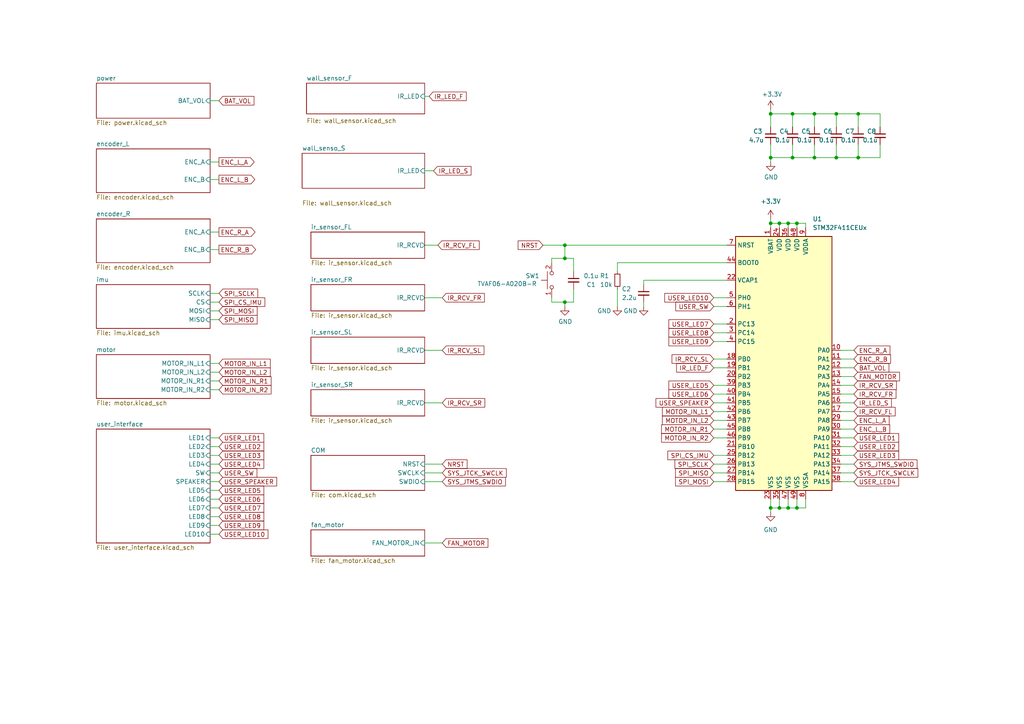
<source format=kicad_sch>
(kicad_sch (version 20231120) (generator "eeschema") (generator_version "8.0")
  (paper "A4")
  (lib_symbols
    (symbol "Device:C_Small" (pin_numbers hide) (pin_names (offset 0.254) hide)
      (property "Reference" "C" (at 0.254 1.778 0))
      (property "Value" "C_Small" (at 0.254 -2.032 0))
      (symbol "C_Small_0_1"
        (polyline (pts (xy -1.524 -0.508) (xy 1.524 -0.508)) (stroke (width 0.3302)))
        (polyline (pts (xy -1.524 0.508) (xy 1.524 0.508)) (stroke (width 0.3048)))
      )
      (symbol "C_Small_1_1"
        (pin passive line (at 0 2.54 270) (length 2.032) (name "~") (number "1"))
        (pin passive line (at 0 -2.54 90) (length 2.032) (name "~") (number "2"))
      )
    )
    (symbol "Device:R_Small" (pin_numbers hide) (pin_names (offset 0.254) hide)
      (property "Reference" "R" (at 0.762 0.508 0))
      (property "Value" "R_Small" (at 0.762 -1.016 0))
      (symbol "R_Small_0_1"
        (rectangle (start -0.762 1.778) (end 0.762 -1.778) (stroke (width 0.2032)))
      )
      (symbol "R_Small_1_1"
        (pin passive line (at 0 2.54 270) (length 0.762) (name "~") (number "1"))
        (pin passive line (at 0 -2.54 90) (length 0.762) (name "~") (number "2"))
      )
    )
    (symbol "MCU_ST_STM32F4:STM32F411CEUx"
      (property "Reference" "U" (at -15.24 36.83 0))
      (property "Value" "STM32F411CEUx" (at 7.62 36.83 0))
      (symbol "STM32F411CEUx_0_1"
        (rectangle (start -15.24 -38.1) (end 12.7 35.56) (stroke (width 0.254)) (fill (type background)))
      )
      (symbol "STM32F411CEUx_1_1"
        (pin power_in line (at -5.08 38.1 270) (length 2.54) (name "VBAT") (number "1"))
        (pin bidirectional line (at 15.24 2.54 180) (length 2.54) (name "PA0") (number "10"))
        (pin bidirectional line (at 15.24 0 180) (length 2.54) (name "PA1") (number "11"))
        (pin bidirectional line (at 15.24 -2.54 180) (length 2.54) (name "PA2") (number "12"))
        (pin bidirectional line (at 15.24 -5.08 180) (length 2.54) (name "PA3") (number "13"))
        (pin bidirectional line (at 15.24 -7.62 180) (length 2.54) (name "PA4") (number "14"))
        (pin bidirectional line (at 15.24 -10.16 180) (length 2.54) (name "PA5") (number "15"))
        (pin bidirectional line (at 15.24 -12.7 180) (length 2.54) (name "PA6") (number "16"))
        (pin bidirectional line (at 15.24 -15.24 180) (length 2.54) (name "PA7") (number "17"))
        (pin bidirectional line (at -17.78 0 0) (length 2.54) (name "PB0") (number "18"))
        (pin bidirectional line (at -17.78 -2.54 0) (length 2.54) (name "PB1") (number "19"))
        (pin bidirectional line (at -17.78 10.16 0) (length 2.54) (name "PC13") (number "2"))
        (pin bidirectional line (at -17.78 -5.08 0) (length 2.54) (name "PB2") (number "20"))
        (pin bidirectional line (at -17.78 -25.4 0) (length 2.54) (name "PB10") (number "21"))
        (pin power_in line (at -17.78 22.86 0) (length 2.54) (name "VCAP1") (number "22"))
        (pin power_in line (at -5.08 -40.64 90) (length 2.54) (name "VSS") (number "23"))
        (pin power_in line (at -2.54 38.1 270) (length 2.54) (name "VDD") (number "24"))
        (pin bidirectional line (at -17.78 -27.94 0) (length 2.54) (name "PB12") (number "25"))
        (pin bidirectional line (at -17.78 -30.48 0) (length 2.54) (name "PB13") (number "26"))
        (pin bidirectional line (at -17.78 -33.02 0) (length 2.54) (name "PB14") (number "27"))
        (pin bidirectional line (at -17.78 -35.56 0) (length 2.54) (name "PB15") (number "28"))
        (pin bidirectional line (at 15.24 -17.78 180) (length 2.54) (name "PA8") (number "29"))
        (pin bidirectional line (at -17.78 7.62 0) (length 2.54) (name "PC14") (number "3"))
        (pin bidirectional line (at 15.24 -20.32 180) (length 2.54) (name "PA9") (number "30"))
        (pin bidirectional line (at 15.24 -22.86 180) (length 2.54) (name "PA10") (number "31"))
        (pin bidirectional line (at 15.24 -25.4 180) (length 2.54) (name "PA11") (number "32"))
        (pin bidirectional line (at 15.24 -27.94 180) (length 2.54) (name "PA12") (number "33"))
        (pin bidirectional line (at 15.24 -30.48 180) (length 2.54) (name "PA13") (number "34"))
        (pin power_in line (at -2.54 -40.64 90) (length 2.54) (name "VSS") (number "35"))
        (pin power_in line (at 0 38.1 270) (length 2.54) (name "VDD") (number "36"))
        (pin bidirectional line (at 15.24 -33.02 180) (length 2.54) (name "PA14") (number "37"))
        (pin bidirectional line (at 15.24 -35.56 180) (length 2.54) (name "PA15") (number "38"))
        (pin bidirectional line (at -17.78 -7.62 0) (length 2.54) (name "PB3") (number "39"))
        (pin bidirectional line (at -17.78 5.08 0) (length 2.54) (name "PC15") (number "4"))
        (pin bidirectional line (at -17.78 -10.16 0) (length 2.54) (name "PB4") (number "40"))
        (pin bidirectional line (at -17.78 -12.7 0) (length 2.54) (name "PB5") (number "41"))
        (pin bidirectional line (at -17.78 -15.24 0) (length 2.54) (name "PB6") (number "42"))
        (pin bidirectional line (at -17.78 -17.78 0) (length 2.54) (name "PB7") (number "43"))
        (pin input line (at -17.78 27.94 0) (length 2.54) (name "BOOT0") (number "44"))
        (pin bidirectional line (at -17.78 -20.32 0) (length 2.54) (name "PB8") (number "45"))
        (pin bidirectional line (at -17.78 -22.86 0) (length 2.54) (name "PB9") (number "46"))
        (pin power_in line (at 0 -40.64 90) (length 2.54) (name "VSS") (number "47"))
        (pin power_in line (at 2.54 38.1 270) (length 2.54) (name "VDD") (number "48"))
        (pin power_in line (at 2.54 -40.64 90) (length 2.54) (name "VSS") (number "49"))
        (pin input line (at -17.78 17.78 0) (length 2.54) (name "PH0") (number "5"))
        (pin input line (at -17.78 15.24 0) (length 2.54) (name "PH1") (number "6"))
        (pin input line (at -17.78 33.02 0) (length 2.54) (name "NRST") (number "7"))
        (pin power_in line (at 5.08 -40.64 90) (length 2.54) (name "VSSA") (number "8"))
        (pin power_in line (at 5.08 38.1 270) (length 2.54) (name "VDDA") (number "9"))
      )
    )
    (symbol "My_Device:SKRPACE" (pin_names (offset 1.016))
      (property "Reference" "SW" (at 0 6.35 0))
      (property "Value" "My_Device_SKRPACE" (at 0 8.89 0))
      (symbol "SKRPACE_1_1"
        (circle (center -2.032 0) (radius 0.508))
        (polyline (pts (xy 0 1.27) (xy 0 3.048)))
        (polyline (pts (xy 2.54 1.27) (xy -2.54 1.27)))
        (circle (center 2.032 0) (radius 0.508))
        (pin passive line (at -5.08 0 0) (length 2.54) (name "~") (number "1"))
        (pin passive line (at 5.08 0 180) (length 2.54) (name "~") (number "2"))
      )
    )
    (symbol "power:+3.3V" (power) (pin_names (offset 0))
      (property "Value" "+3.3V" (at 0 3.556 0))
      (symbol "+3.3V_0_1"
        (polyline (pts (xy -0.762 1.27) (xy 0 2.54)))
        (polyline (pts (xy 0 0) (xy 0 2.54)))
        (polyline (pts (xy 0 2.54) (xy 0.762 1.27)))
      )
      (symbol "+3.3V_1_1"
        (pin power_in line (at 0 0 90) (length 0) hide (name "+3.3V") (number "1"))
      )
    )
    (symbol "power:GND" (power) (pin_names (offset 0))
      (property "Value" "GND" (at 0 -3.81 0))
      (symbol "GND_0_1"
        (polyline (pts (xy 0 0) (xy 0 -1.27) (xy 1.27 -1.27) (xy 0 -2.54) (xy -1.27 -1.27) (xy 0 -1.27)))
      )
      (symbol "GND_1_1"
        (pin power_in line (at 0 0 270) (length 0) hide (name "GND") (number "1"))
      )
    )
  )
  (junction (at 223.52 147.32))
  (junction (at 231.14 147.32))
  (junction (at 229.87 45.72))
  (junction (at 229.87 33.02))
  (junction (at 226.06 64.77))
  (junction (at 236.22 45.72))
  (junction (at 236.22 33.02))
  (junction (at 223.52 45.72))
  (junction (at 228.6 64.77))
  (junction (at 248.92 45.72))
  (junction (at 163.83 71.12))
  (junction (at 248.92 33.02))
  (junction (at 231.14 64.77))
  (junction (at 163.83 87.63))
  (junction (at 242.57 33.02))
  (junction (at 163.83 74.93))
  (junction (at 223.52 64.77))
  (junction (at 226.06 147.32))
  (junction (at 228.6 147.32))
  (junction (at 242.57 45.72))
  (junction (at 223.52 33.02))
  (wire (pts (xy 223.52 33.02) (xy 229.87 33.02)))
  (wire (pts (xy 247.65 101.6) (xy 243.84 101.6)))
  (wire (pts (xy 223.52 41.91) (xy 223.52 45.72)))
  (wire (pts (xy 231.14 144.78) (xy 231.14 147.32)))
  (wire (pts (xy 163.83 87.63) (xy 166.37 87.63)))
  (wire (pts (xy 255.27 36.83) (xy 255.27 33.02)))
  (wire (pts (xy 242.57 45.72) (xy 248.92 45.72)))
  (wire (pts (xy 223.52 147.32) (xy 226.06 147.32)))
  (wire (pts (xy 243.84 134.62) (xy 247.65 134.62)))
  (wire (pts (xy 123.19 86.36) (xy 128.27 86.36)))
  (wire (pts (xy 248.92 45.72) (xy 255.27 45.72)))
  (wire (pts (xy 128.27 157.48) (xy 123.19 157.48)))
  (wire (pts (xy 228.6 147.32) (xy 231.14 147.32)))
  (wire (pts (xy 207.01 88.9) (xy 210.82 88.9)))
  (wire (pts (xy 207.01 124.46) (xy 210.82 124.46)))
  (wire (pts (xy 60.96 147.32) (xy 63.5 147.32)))
  (wire (pts (xy 231.14 64.77) (xy 233.68 64.77)))
  (wire (pts (xy 163.83 71.12) (xy 210.82 71.12)))
  (wire (pts (xy 231.14 147.32) (xy 233.68 147.32)))
  (wire (pts (xy 207.01 93.98) (xy 210.82 93.98)))
  (wire (pts (xy 123.19 116.84) (xy 128.27 116.84)))
  (wire (pts (xy 223.52 144.78) (xy 223.52 147.32)))
  (wire (pts (xy 163.83 87.63) (xy 163.83 88.9)))
  (wire (pts (xy 228.6 144.78) (xy 228.6 147.32)))
  (wire (pts (xy 233.68 64.77) (xy 233.68 66.04)))
  (wire (pts (xy 223.52 64.77) (xy 226.06 64.77)))
  (wire (pts (xy 207.01 137.16) (xy 210.82 137.16)))
  (wire (pts (xy 60.96 72.39) (xy 63.5 72.39)))
  (wire (pts (xy 247.65 119.38) (xy 243.84 119.38)))
  (wire (pts (xy 60.96 87.63) (xy 63.5 87.63)))
  (wire (pts (xy 236.22 41.91) (xy 236.22 45.72)))
  (wire (pts (xy 163.83 74.93) (xy 160.02 74.93)))
  (wire (pts (xy 186.69 82.55) (xy 186.69 81.28)))
  (wire (pts (xy 223.52 33.02) (xy 223.52 31.75)))
  (wire (pts (xy 207.01 139.7) (xy 210.82 139.7)))
  (wire (pts (xy 207.01 121.92) (xy 210.82 121.92)))
  (wire (pts (xy 233.68 144.78) (xy 233.68 147.32)))
  (wire (pts (xy 60.96 105.41) (xy 63.5 105.41)))
  (wire (pts (xy 186.69 87.63) (xy 186.69 88.9)))
  (wire (pts (xy 207.01 127) (xy 210.82 127)))
  (wire (pts (xy 60.96 129.54) (xy 63.5 129.54)))
  (wire (pts (xy 207.01 116.84) (xy 210.82 116.84)))
  (wire (pts (xy 247.65 116.84) (xy 243.84 116.84)))
  (wire (pts (xy 223.52 63.5) (xy 223.52 64.77)))
  (wire (pts (xy 60.96 144.78) (xy 63.5 144.78)))
  (wire (pts (xy 166.37 74.93) (xy 163.83 74.93)))
  (wire (pts (xy 207.01 111.76) (xy 210.82 111.76)))
  (wire (pts (xy 228.6 64.77) (xy 228.6 66.04)))
  (wire (pts (xy 60.96 134.62) (xy 63.5 134.62)))
  (wire (pts (xy 229.87 33.02) (xy 236.22 33.02)))
  (wire (pts (xy 63.5 152.4) (xy 60.96 152.4)))
  (wire (pts (xy 60.96 90.17) (xy 63.5 90.17)))
  (wire (pts (xy 123.19 139.7) (xy 128.27 139.7)))
  (wire (pts (xy 247.65 104.14) (xy 243.84 104.14)))
  (wire (pts (xy 247.65 111.76) (xy 243.84 111.76)))
  (wire (pts (xy 207.01 132.08) (xy 210.82 132.08)))
  (wire (pts (xy 186.69 81.28) (xy 210.82 81.28)))
  (wire (pts (xy 242.57 33.02) (xy 242.57 36.83)))
  (wire (pts (xy 63.5 46.99) (xy 60.96 46.99)))
  (wire (pts (xy 255.27 33.02) (xy 248.92 33.02)))
  (wire (pts (xy 223.52 147.32) (xy 223.52 148.59)))
  (wire (pts (xy 60.96 52.07) (xy 63.5 52.07)))
  (wire (pts (xy 247.65 121.92) (xy 243.84 121.92)))
  (wire (pts (xy 229.87 45.72) (xy 236.22 45.72)))
  (wire (pts (xy 247.65 109.22) (xy 243.84 109.22)))
  (wire (pts (xy 228.6 64.77) (xy 226.06 64.77)))
  (wire (pts (xy 207.01 119.38) (xy 210.82 119.38)))
  (wire (pts (xy 236.22 33.02) (xy 236.22 36.83)))
  (wire (pts (xy 223.52 33.02) (xy 223.52 36.83)))
  (wire (pts (xy 228.6 64.77) (xy 231.14 64.77)))
  (wire (pts (xy 247.65 114.3) (xy 243.84 114.3)))
  (wire (pts (xy 60.96 132.08) (xy 63.5 132.08)))
  (wire (pts (xy 157.48 71.12) (xy 163.83 71.12)))
  (wire (pts (xy 210.82 76.2) (xy 179.07 76.2)))
  (wire (pts (xy 207.01 106.68) (xy 210.82 106.68)))
  (wire (pts (xy 124.46 27.94) (xy 123.19 27.94)))
  (wire (pts (xy 60.96 92.71) (xy 63.5 92.71)))
  (wire (pts (xy 207.01 114.3) (xy 210.82 114.3)))
  (wire (pts (xy 60.96 113.03) (xy 63.5 113.03)))
  (wire (pts (xy 207.01 134.62) (xy 210.82 134.62)))
  (wire (pts (xy 223.52 64.77) (xy 223.52 66.04)))
  (wire (pts (xy 60.96 137.16) (xy 63.5 137.16)))
  (wire (pts (xy 179.07 83.82) (xy 179.07 88.9)))
  (wire (pts (xy 207.01 99.06) (xy 210.82 99.06)))
  (wire (pts (xy 166.37 83.82) (xy 166.37 87.63)))
  (wire (pts (xy 229.87 33.02) (xy 229.87 36.83)))
  (wire (pts (xy 123.19 137.16) (xy 128.27 137.16)))
  (wire (pts (xy 236.22 45.72) (xy 242.57 45.72)))
  (wire (pts (xy 226.06 144.78) (xy 226.06 147.32)))
  (wire (pts (xy 236.22 33.02) (xy 242.57 33.02)))
  (wire (pts (xy 123.19 134.62) (xy 128.27 134.62)))
  (wire (pts (xy 63.5 67.31) (xy 60.96 67.31)))
  (wire (pts (xy 231.14 66.04) (xy 231.14 64.77)))
  (wire (pts (xy 60.96 29.21) (xy 63.5 29.21)))
  (wire (pts (xy 247.65 139.7) (xy 243.84 139.7)))
  (wire (pts (xy 243.84 137.16) (xy 247.65 137.16)))
  (wire (pts (xy 60.96 85.09) (xy 63.5 85.09)))
  (wire (pts (xy 247.65 106.68) (xy 243.84 106.68)))
  (wire (pts (xy 207.01 104.14) (xy 210.82 104.14)))
  (wire (pts (xy 248.92 33.02) (xy 248.92 36.83)))
  (wire (pts (xy 226.06 147.32) (xy 228.6 147.32)))
  (wire (pts (xy 60.96 142.24) (xy 63.5 142.24)))
  (wire (pts (xy 63.5 154.94) (xy 60.96 154.94)))
  (wire (pts (xy 60.96 127) (xy 63.5 127)))
  (wire (pts (xy 247.65 127) (xy 243.84 127)))
  (wire (pts (xy 229.87 41.91) (xy 229.87 45.72)))
  (wire (pts (xy 166.37 78.74) (xy 166.37 74.93)))
  (wire (pts (xy 123.19 71.12) (xy 127 71.12)))
  (wire (pts (xy 60.96 110.49) (xy 63.5 110.49)))
  (wire (pts (xy 60.96 149.86) (xy 63.5 149.86)))
  (wire (pts (xy 242.57 41.91) (xy 242.57 45.72)))
  (wire (pts (xy 247.65 129.54) (xy 243.84 129.54)))
  (wire (pts (xy 163.83 71.12) (xy 163.83 74.93)))
  (wire (pts (xy 255.27 41.91) (xy 255.27 45.72)))
  (wire (pts (xy 207.01 86.36) (xy 210.82 86.36)))
  (wire (pts (xy 60.96 107.95) (xy 63.5 107.95)))
  (wire (pts (xy 243.84 132.08) (xy 247.65 132.08)))
  (wire (pts (xy 160.02 87.63) (xy 163.83 87.63)))
  (wire (pts (xy 160.02 86.36) (xy 160.02 87.63)))
  (wire (pts (xy 60.96 139.7) (xy 63.5 139.7)))
  (wire (pts (xy 123.19 101.6) (xy 128.27 101.6)))
  (wire (pts (xy 179.07 76.2) (xy 179.07 78.74)))
  (wire (pts (xy 223.52 45.72) (xy 229.87 45.72)))
  (wire (pts (xy 226.06 64.77) (xy 226.06 66.04)))
  (wire (pts (xy 223.52 45.72) (xy 223.52 46.99)))
  (wire (pts (xy 248.92 41.91) (xy 248.92 45.72)))
  (wire (pts (xy 160.02 74.93) (xy 160.02 76.2)))
  (wire (pts (xy 247.65 124.46) (xy 243.84 124.46)))
  (wire (pts (xy 125.73 49.53) (xy 123.19 49.53)))
  (wire (pts (xy 207.01 96.52) (xy 210.82 96.52)))
  (wire (pts (xy 242.57 33.02) (xy 248.92 33.02)))
  (global_label "IR_RCV_FR" (shape input) (at 128.27 86.36 0) (property "Intersheetrefs" "${INTERSHEET_REFS}" (effects (hide yes))))
  (global_label "MOTOR_IN_L2" (shape input) (at 207.01 121.92 180) (property "Intersheetrefs" "${INTERSHEET_REFS}" (effects (hide yes))))
  (global_label "ENC_R_B" (shape output) (at 63.5 72.39 0) (property "Intersheetrefs" "${INTERSHEET_REFS}" (effects (hide yes))))
  (global_label "BAT_VOL" (shape input) (at 63.5 29.21 0) (property "Intersheetrefs" "${INTERSHEET_REFS}" (effects (hide yes))))
  (global_label "SPI_CS_IMU" (shape input) (at 207.01 132.08 180) (property "Intersheetrefs" "${INTERSHEET_REFS}" (effects (hide yes))))
  (global_label "USER_LED5" (shape input) (at 207.01 111.76 180) (property "Intersheetrefs" "${INTERSHEET_REFS}" (effects (hide yes))))
  (global_label "USER_LED4" (shape input) (at 247.65 139.7 0) (property "Intersheetrefs" "${INTERSHEET_REFS}" (effects (hide yes))))
  (global_label "NRST" (shape input) (at 128.27 134.62 0) (property "Intersheetrefs" "${INTERSHEET_REFS}" (effects (hide yes))))
  (global_label "IR_RCV_FL" (shape input) (at 127 71.12 0) (property "Intersheetrefs" "${INTERSHEET_REFS}" (effects (hide yes))))
  (global_label "FAN_MOTOR" (shape input) (at 128.27 157.48 0) (property "Intersheetrefs" "${INTERSHEET_REFS}" (effects (hide yes))))
  (global_label "ENC_L_A" (shape output) (at 63.5 46.99 0) (property "Intersheetrefs" "${INTERSHEET_REFS}" (effects (hide yes))))
  (global_label "USER_LED7" (shape input) (at 207.01 93.98 180) (property "Intersheetrefs" "${INTERSHEET_REFS}" (effects (hide yes))))
  (global_label "USER_LED2" (shape input) (at 63.5 129.54 0) (property "Intersheetrefs" "${INTERSHEET_REFS}" (effects (hide yes))))
  (global_label "USER_LED9" (shape input) (at 63.5 152.4 0) (property "Intersheetrefs" "${INTERSHEET_REFS}" (effects (hide yes))))
  (global_label "USER_LED10" (shape input) (at 63.5 154.94 0) (property "Intersheetrefs" "${INTERSHEET_REFS}" (effects (hide yes))))
  (global_label "USER_LED6" (shape input) (at 63.5 144.78 0) (property "Intersheetrefs" "${INTERSHEET_REFS}" (effects (hide yes))))
  (global_label "MOTOR_IN_L1" (shape input) (at 63.5 105.41 0) (property "Intersheetrefs" "${INTERSHEET_REFS}" (effects (hide yes))))
  (global_label "SYS_JTCK_SWCLK" (shape input) (at 247.65 137.16 0) (property "Intersheetrefs" "${INTERSHEET_REFS}" (effects (hide yes))))
  (global_label "USER_LED2" (shape input) (at 247.65 129.54 0) (property "Intersheetrefs" "${INTERSHEET_REFS}" (effects (hide yes))))
  (global_label "USER_LED8" (shape input) (at 63.5 149.86 0) (property "Intersheetrefs" "${INTERSHEET_REFS}" (effects (hide yes))))
  (global_label "ENC_R_A" (shape input) (at 247.65 101.6 0) (property "Intersheetrefs" "${INTERSHEET_REFS}" (effects (hide yes))))
  (global_label "IR_RCV_SR" (shape input) (at 247.65 111.76 0) (property "Intersheetrefs" "${INTERSHEET_REFS}" (effects (hide yes))))
  (global_label "USER_SPEAKER" (shape input) (at 207.01 116.84 180) (property "Intersheetrefs" "${INTERSHEET_REFS}" (effects (hide yes))))
  (global_label "MOTOR_IN_R2" (shape input) (at 63.5 113.03 0) (property "Intersheetrefs" "${INTERSHEET_REFS}" (effects (hide yes))))
  (global_label "ENC_R_A" (shape output) (at 63.5 67.31 0) (property "Intersheetrefs" "${INTERSHEET_REFS}" (effects (hide yes))))
  (global_label "MOTOR_IN_R2" (shape input) (at 207.01 127 180) (property "Intersheetrefs" "${INTERSHEET_REFS}" (effects (hide yes))))
  (global_label "SYS_JTMS_SWDIO" (shape input) (at 128.27 139.7 0) (property "Intersheetrefs" "${INTERSHEET_REFS}" (effects (hide yes))))
  (global_label "IR_LED_S" (shape input) (at 247.65 116.84 0) (property "Intersheetrefs" "${INTERSHEET_REFS}" (effects (hide yes))))
  (global_label "IR_LED_F" (shape input) (at 207.01 106.68 180) (property "Intersheetrefs" "${INTERSHEET_REFS}" (effects (hide yes))))
  (global_label "USER_LED1" (shape input) (at 63.5 127 0) (property "Intersheetrefs" "${INTERSHEET_REFS}" (effects (hide yes))))
  (global_label "MOTOR_IN_R1" (shape input) (at 63.5 110.49 0) (property "Intersheetrefs" "${INTERSHEET_REFS}" (effects (hide yes))))
  (global_label "USER_LED8" (shape input) (at 207.01 96.52 180) (property "Intersheetrefs" "${INTERSHEET_REFS}" (effects (hide yes))))
  (global_label "USER_LED4" (shape input) (at 63.5 134.62 0) (property "Intersheetrefs" "${INTERSHEET_REFS}" (effects (hide yes))))
  (global_label "NRST" (shape input) (at 157.48 71.12 180) (property "Intersheetrefs" "${INTERSHEET_REFS}" (effects (hide yes))))
  (global_label "SPI_MISO" (shape input) (at 207.01 137.16 180) (property "Intersheetrefs" "${INTERSHEET_REFS}" (effects (hide yes))))
  (global_label "USER_SPEAKER" (shape input) (at 63.5 139.7 0) (property "Intersheetrefs" "${INTERSHEET_REFS}" (effects (hide yes))))
  (global_label "SYS_JTCK_SWCLK" (shape input) (at 128.27 137.16 0) (property "Intersheetrefs" "${INTERSHEET_REFS}" (effects (hide yes))))
  (global_label "MOTOR_IN_L1" (shape input) (at 207.01 119.38 180) (property "Intersheetrefs" "${INTERSHEET_REFS}" (effects (hide yes))))
  (global_label "SPI_MISO" (shape input) (at 63.5 92.71 0) (property "Intersheetrefs" "${INTERSHEET_REFS}" (effects (hide yes))))
  (global_label "SPI_SCLK" (shape input) (at 207.01 134.62 180) (property "Intersheetrefs" "${INTERSHEET_REFS}" (effects (hide yes))))
  (global_label "USER_LED6" (shape input) (at 207.01 114.3 180) (property "Intersheetrefs" "${INTERSHEET_REFS}" (effects (hide yes))))
  (global_label "ENC_L_A" (shape input) (at 247.65 121.92 0) (property "Intersheetrefs" "${INTERSHEET_REFS}" (effects (hide yes))))
  (global_label "IR_RCV_FR" (shape input) (at 247.65 114.3 0) (property "Intersheetrefs" "${INTERSHEET_REFS}" (effects (hide yes))))
  (global_label "IR_RCV_FL" (shape input) (at 247.65 119.38 0) (property "Intersheetrefs" "${INTERSHEET_REFS}" (effects (hide yes))))
  (global_label "MOTOR_IN_R1" (shape input) (at 207.01 124.46 180) (property "Intersheetrefs" "${INTERSHEET_REFS}" (effects (hide yes))))
  (global_label "ENC_L_B" (shape output) (at 63.5 52.07 0) (property "Intersheetrefs" "${INTERSHEET_REFS}" (effects (hide yes))))
  (global_label "USER_LED9" (shape input) (at 207.01 99.06 180) (property "Intersheetrefs" "${INTERSHEET_REFS}" (effects (hide yes))))
  (global_label "ENC_L_B" (shape input) (at 247.65 124.46 0) (property "Intersheetrefs" "${INTERSHEET_REFS}" (effects (hide yes))))
  (global_label "USER_LED5" (shape input) (at 63.5 142.24 0) (property "Intersheetrefs" "${INTERSHEET_REFS}" (effects (hide yes))))
  (global_label "FAN_MOTOR" (shape input) (at 247.65 109.22 0) (property "Intersheetrefs" "${INTERSHEET_REFS}" (effects (hide yes))))
  (global_label "USER_LED1" (shape input) (at 247.65 127 0) (property "Intersheetrefs" "${INTERSHEET_REFS}" (effects (hide yes))))
  (global_label "SPI_MOSI" (shape input) (at 207.01 139.7 180) (property "Intersheetrefs" "${INTERSHEET_REFS}" (effects (hide yes))))
  (global_label "USER_SW" (shape input) (at 63.5 137.16 0) (property "Intersheetrefs" "${INTERSHEET_REFS}" (effects (hide yes))))
  (global_label "SPI_CS_IMU" (shape input) (at 63.5 87.63 0) (property "Intersheetrefs" "${INTERSHEET_REFS}" (effects (hide yes))))
  (global_label "USER_SW" (shape input) (at 207.01 88.9 180) (property "Intersheetrefs" "${INTERSHEET_REFS}" (effects (hide yes))))
  (global_label "MOTOR_IN_L2" (shape input) (at 63.5 107.95 0) (property "Intersheetrefs" "${INTERSHEET_REFS}" (effects (hide yes))))
  (global_label "USER_LED3" (shape input) (at 63.5 132.08 0) (property "Intersheetrefs" "${INTERSHEET_REFS}" (effects (hide yes))))
  (global_label "IR_RCV_SL" (shape input) (at 207.01 104.14 180) (property "Intersheetrefs" "${INTERSHEET_REFS}" (effects (hide yes))))
  (global_label "IR_LED_S" (shape input) (at 125.73 49.53 0) (property "Intersheetrefs" "${INTERSHEET_REFS}" (effects (hide yes))))
  (global_label "SPI_SCLK" (shape input) (at 63.5 85.09 0) (property "Intersheetrefs" "${INTERSHEET_REFS}" (effects (hide yes))))
  (global_label "ENC_R_B" (shape input) (at 247.65 104.14 0) (property "Intersheetrefs" "${INTERSHEET_REFS}" (effects (hide yes))))
  (global_label "IR_RCV_SL" (shape input) (at 128.27 101.6 0) (property "Intersheetrefs" "${INTERSHEET_REFS}" (effects (hide yes))))
  (global_label "SYS_JTMS_SWDIO" (shape input) (at 247.65 134.62 0) (property "Intersheetrefs" "${INTERSHEET_REFS}" (effects (hide yes))))
  (global_label "BAT_VOL" (shape input) (at 247.65 106.68 0) (property "Intersheetrefs" "${INTERSHEET_REFS}" (effects (hide yes))))
  (global_label "USER_LED10" (shape input) (at 207.01 86.36 180) (property "Intersheetrefs" "${INTERSHEET_REFS}" (effects (hide yes))))
  (global_label "USER_LED7" (shape input) (at 63.5 147.32 0) (property "Intersheetrefs" "${INTERSHEET_REFS}" (effects (hide yes))))
  (global_label "SPI_MOSI" (shape input) (at 63.5 90.17 0) (property "Intersheetrefs" "${INTERSHEET_REFS}" (effects (hide yes))))
  (global_label "IR_RCV_SR" (shape input) (at 128.27 116.84 0) (property "Intersheetrefs" "${INTERSHEET_REFS}" (effects (hide yes))))
  (global_label "IR_LED_F" (shape input) (at 124.46 27.94 0) (property "Intersheetrefs" "${INTERSHEET_REFS}" (effects (hide yes))))
  (global_label "USER_LED3" (shape input) (at 247.65 132.08 0) (property "Intersheetrefs" "${INTERSHEET_REFS}" (effects (hide yes))))
  (symbol (lib_id "Device:C_Small") (at 166.37 81.28 0) (unit 1)
    (property "Reference" "C1" (at 171.45 82.55 0))
    (property "Value" "0.1u" (at 171.45 80.01 0))
    (property "Footprint" "Capacitor_SMD:C_0201_0603Metric" (effects (hide yes)))
  )
  (symbol (lib_id "power:GND") (at 179.07 88.9 0) (unit 1)
    (property "Reference" "#PWR02" (effects (hide yes)))
    (property "Value" "GND" (at 175.26 90.17 0))
  )
  (symbol (lib_id "power:GND") (at 223.52 46.99 0) (unit 1)
    (property "Reference" "#PWR05" (effects (hide yes)))
    (property "Value" "GND" (at 223.647 51.3842 0))
  )
  (symbol (lib_id "Device:C_Small") (at 229.87 39.37 0) (unit 1)
    (property "Reference" "C4" (at 226.06 38.1 0) (effects (justify left)))
    (property "Value" "0.1u" (at 224.79 40.64 0) (effects (justify left)))
    (property "Footprint" "Capacitor_SMD:C_0201_0603Metric" (effects (hide yes)))
  )
  (symbol (lib_id "Device:C_Small") (at 236.22 39.37 0) (unit 1)
    (property "Reference" "C5" (at 232.41 38.1 0) (effects (justify left)))
    (property "Value" "0.1u" (at 231.14 40.64 0) (effects (justify left)))
    (property "Footprint" "Capacitor_SMD:C_0201_0603Metric" (effects (hide yes)))
  )
  (symbol (lib_id "power:GND") (at 186.69 88.9 0) (unit 1)
    (property "Reference" "#PWR03" (effects (hide yes)))
    (property "Value" "GND" (at 182.88 90.17 0))
  )
  (symbol (lib_id "power:GND") (at 223.52 148.59 0) (unit 1)
    (property "Reference" "#PWR07" (effects (hide yes)))
    (property "Value" "GND" (at 223.52 153.67 0))
  )
  (symbol (lib_id "Device:R_Small") (at 179.07 81.28 180) (unit 1)
    (property "Reference" "R1" (at 173.99 80.01 0) (effects (justify right)))
    (property "Value" "10k" (at 173.99 82.55 0) (effects (justify right)))
    (property "Footprint" "Resistor_SMD:R_0201_0603Metric" (effects (hide yes)))
  )
  (symbol (lib_id "Device:C_Small") (at 242.57 39.37 0) (unit 1)
    (property "Reference" "C6" (at 238.76 38.1 0) (effects (justify left)))
    (property "Value" "0.1u" (at 237.49 40.64 0) (effects (justify left)))
    (property "Footprint" "Capacitor_SMD:C_0201_0603Metric" (effects (hide yes)))
  )
  (symbol (lib_id "Device:C_Small") (at 255.27 39.37 0) (unit 1)
    (property "Reference" "C8" (at 251.46 38.1 0) (effects (justify left)))
    (property "Value" "0.1u" (at 250.19 40.64 0) (effects (justify left)))
    (property "Footprint" "Capacitor_SMD:C_0201_0603Metric" (effects (hide yes)))
  )
  (symbol (lib_id "MCU_ST_STM32F4:STM32F411CEUx") (at 228.6 104.14 0) (unit 1)
    (property "Reference" "U1" (at 235.6994 63.5 0) (effects (justify left)))
    (property "Value" "STM32F411CEUx" (at 235.6994 66.04 0) (effects (justify left)))
    (property "Footprint" "Package_DFN_QFN:QFN-48-1EP_7x7mm_P0.5mm_EP5.6x5.6mm" (effects (hide yes)))
    (property "Datasheet" "http://www.st.com/st-web-ui/static/active/en/resource/technical/document/datasheet/DM00115249.pdf" (effects (hide yes)))
  )
  (symbol (lib_id "power:+3.3V") (at 223.52 63.5 0) (unit 1)
    (property "Reference" "#PWR06" (effects (hide yes)))
    (property "Value" "+3.3V" (at 223.52 58.42 0))
  )
  (symbol (lib_id "power:+3.3V") (at 223.52 31.75 0) (unit 1)
    (property "Reference" "#PWR04" (effects (hide yes)))
    (property "Value" "+3.3V" (at 223.901 27.3558 0))
  )
  (symbol (lib_id "Device:C_Small") (at 186.69 85.09 0) (unit 1)
    (property "Reference" "C2" (at 180.34 83.82 0) (effects (justify left)))
    (property "Value" "2.2u" (at 180.34 86.36 0) (effects (justify left)))
    (property "Footprint" "Capacitor_SMD:C_0402_1005Metric" (effects (hide yes)))
  )
  (symbol (lib_id "My_Device:SKRPACE") (at 160.02 81.28 90) (unit 1)
    (property "Reference" "SW1" (at 152.4 80.01 90) (effects (justify right)))
    (property "Value" "TVAF06-A020B-R" (at 138.43 82.3214 90) (effects (justify right)))
    (property "Footprint" "half_mouse_lib:TVAF06-A020B-R" (effects (hide yes)))
  )
  (symbol (lib_id "Device:C_Small") (at 248.92 39.37 0) (unit 1)
    (property "Reference" "C7" (at 245.11 38.1 0) (effects (justify left)))
    (property "Value" "0.1u" (at 243.84 40.64 0) (effects (justify left)))
    (property "Footprint" "Capacitor_SMD:C_0201_0603Metric" (effects (hide yes)))
  )
  (symbol (lib_id "Device:C_Small") (at 223.52 39.37 0) (unit 1)
    (property "Reference" "C3" (at 218.44 38.1 0) (effects (justify left)))
    (property "Value" "4.7u" (at 217.17 40.64 0) (effects (justify left)))
    (property "Footprint" "Capacitor_SMD:C_0402_1005Metric" (effects (hide yes)))
  )
  (symbol (lib_id "power:GND") (at 163.83 88.9 0) (unit 1)
    (property "Reference" "#PWR01" (effects (hide yes)))
    (property "Value" "GND" (at 163.957 93.2942 0))
  )
  (sheet (at 27.94 102.87) (size 33.02 12.7) (stroke (width 0.1524))
    (property "Sheetname" "motor" (at 27.94 102.1584 0) (effects (justify left bottom)))
    (property "Sheetfile" "motor.kicad_sch" (at 27.94 116.1546 0) (effects (justify left top)))
    (pin "MOTOR_IN_L2" input (at 60.96 107.95 0))
    (pin "MOTOR_IN_R2" input (at 60.96 113.03 0))
    (pin "MOTOR_IN_R1" input (at 60.96 110.49 0))
    (pin "MOTOR_IN_L1" input (at 60.96 105.41 0))
  )
  (sheet (at 90.17 82.55) (size 33.02 7.62) (stroke (width 0.1524))
    (property "Sheetname" "ir_sensor_FR" (at 90.17 81.8384 0) (effects (justify left bottom)))
    (property "Sheetfile" "ir_sensor.kicad_sch" (at 90.17 90.7546 0) (effects (justify left top)))
    (pin "IR_RCV" output (at 123.19 86.36 0))
  )
  (sheet (at 88.9 24.13) (size 34.29 8.89) (stroke (width 0.1524))
    (property "Sheetname" "wall_sensor_F" (at 88.9 23.4184 0) (effects (justify left bottom)))
    (property "Sheetfile" "wall_sensor.kicad_sch" (at 88.9 34.29 0) (effects (justify left top)))
    (pin "IR_LED" input (at 123.19 27.94 0))
  )
  (sheet (at 90.17 153.67) (size 33.02 7.62) (stroke (width 0.1524))
    (property "Sheetname" "fan_motor" (at 90.17 152.9584 0) (effects (justify left bottom)))
    (property "Sheetfile" "fan_motor.kicad_sch" (at 90.17 161.8746 0) (effects (justify left top)))
    (pin "FAN_MOTOR_IN" input (at 123.19 157.48 0))
  )
  (sheet (at 90.17 132.08) (size 33.02 10.16) (stroke (width 0.1524))
    (property "Sheetname" "COM" (at 90.17 131.3684 0) (effects (justify left bottom)))
    (property "Sheetfile" "com.kicad_sch" (at 90.17 142.8246 0) (effects (justify left top)))
    (pin "NRST" input (at 123.19 134.62 0))
    (pin "SWCLK" input (at 123.19 137.16 0))
    (pin "SWDIO" input (at 123.19 139.7 0))
  )
  (sheet (at 87.63 44.45) (size 35.56 10.16) (stroke (width 0.1524))
    (property "Sheetname" "wall_senso_S" (at 87.63 43.7384 0) (effects (justify left bottom)))
    (property "Sheetfile" "wall_sensor.kicad_sch" (at 87.63 58.166 0) (effects (justify left top)))
    (pin "IR_LED" input (at 123.19 49.53 0))
  )
  (sheet (at 27.94 82.55) (size 33.02 12.7) (stroke (width 0.1524))
    (property "Sheetname" "imu" (at 27.94 81.8384 0) (effects (justify left bottom)))
    (property "Sheetfile" "imu.kicad_sch" (at 27.94 95.8346 0) (effects (justify left top)))
    (pin "CS" input (at 60.96 87.63 0))
    (pin "SCLK" input (at 60.96 85.09 0))
    (pin "MOSI" input (at 60.96 90.17 0))
    (pin "MISO" input (at 60.96 92.71 0))
  )
  (sheet (at 27.94 24.13) (size 33.02 10.16) (stroke (width 0.1524))
    (property "Sheetname" "power" (at 27.94 23.4184 0) (effects (justify left bottom)))
    (property "Sheetfile" "power.kicad_sch" (at 27.94 34.8746 0) (effects (justify left top)))
    (pin "BAT_VOL" input (at 60.96 29.21 0))
  )
  (sheet (at 27.94 124.46) (size 33.02 33.02) (stroke (width 0.1524))
    (property "Sheetname" "user_interface" (at 27.94 123.7484 0) (effects (justify left bottom)))
    (property "Sheetfile" "user_interface.kicad_sch" (at 27.94 158.0646 0) (effects (justify left top)))
    (pin "LED1" input (at 60.96 127 0))
    (pin "LED2" input (at 60.96 129.54 0))
    (pin "LED3" input (at 60.96 132.08 0))
    (pin "LED4" input (at 60.96 134.62 0))
    (pin "SW" input (at 60.96 137.16 0))
    (pin "SPEAKER" input (at 60.96 139.7 0))
    (pin "LED5" input (at 60.96 142.24 0))
    (pin "LED6" input (at 60.96 144.78 0))
    (pin "LED7" input (at 60.96 147.32 0))
    (pin "LED8" input (at 60.96 149.86 0))
    (pin "LED9" input (at 60.96 152.4 0))
    (pin "LED10" input (at 60.96 154.94 0))
  )
  (sheet (at 90.17 113.03) (size 33.02 7.62) (stroke (width 0.1524))
    (property "Sheetname" "ir_sensor_SR" (at 90.17 112.3184 0) (effects (justify left bottom)))
    (property "Sheetfile" "ir_sensor.kicad_sch" (at 90.17 121.2346 0) (effects (justify left top)))
    (pin "IR_RCV" output (at 123.19 116.84 0))
  )
  (sheet (at 27.94 43.18) (size 33.02 12.7) (stroke (width 0.1524))
    (property "Sheetname" "encoder_L" (at 27.94 42.4684 0) (effects (justify left bottom)))
    (property "Sheetfile" "encoder.kicad_sch" (at 27.94 56.4646 0) (effects (justify left top)))
    (pin "ENC_B" input (at 60.96 52.07 0))
    (pin "ENC_A" input (at 60.96 46.99 0))
  )
  (sheet (at 90.17 97.79) (size 33.02 7.62) (stroke (width 0.1524))
    (property "Sheetname" "ir_sensor_SL" (at 90.17 97.0784 0) (effects (justify left bottom)))
    (property "Sheetfile" "ir_sensor.kicad_sch" (at 90.17 105.9946 0) (effects (justify left top)))
    (pin "IR_RCV" output (at 123.19 101.6 0))
  )
  (sheet (at 90.17 67.31) (size 33.02 7.62) (stroke (width 0.1524))
    (property "Sheetname" "ir_sensor_FL" (at 90.17 66.5984 0) (effects (justify left bottom)))
    (property "Sheetfile" "ir_sensor.kicad_sch" (at 90.17 75.5146 0) (effects (justify left top)))
    (pin "IR_RCV" output (at 123.19 71.12 0))
  )
  (sheet (at 27.94 63.5) (size 33.02 12.7) (stroke (width 0.1524))
    (property "Sheetname" "encoder_R" (at 27.94 62.7884 0) (effects (justify left bottom)))
    (property "Sheetfile" "encoder.kicad_sch" (at 27.94 76.7846 0) (effects (justify left top)))
    (pin "ENC_B" input (at 60.96 72.39 0))
    (pin "ENC_A" input (at 60.96 67.31 0))
  )
)
</source>
